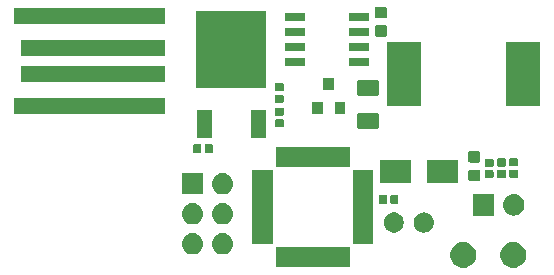
<source format=gbr>
G04 #@! TF.GenerationSoftware,KiCad,Pcbnew,(5.1.0-0)*
G04 #@! TF.CreationDate,2020-07-07T18:13:47+01:00*
G04 #@! TF.ProjectId,autoFan,6175746f-4661-46e2-9e6b-696361645f70,rev?*
G04 #@! TF.SameCoordinates,Original*
G04 #@! TF.FileFunction,Soldermask,Top*
G04 #@! TF.FilePolarity,Negative*
%FSLAX46Y46*%
G04 Gerber Fmt 4.6, Leading zero omitted, Abs format (unit mm)*
G04 Created by KiCad (PCBNEW (5.1.0-0)) date 2020-07-07 18:13:47*
%MOMM*%
%LPD*%
G04 APERTURE LIST*
%ADD10C,0.100000*%
G04 APERTURE END LIST*
D10*
G36*
X202474795Y-122380156D02*
G01*
X202581150Y-122401311D01*
X202681334Y-122442809D01*
X202781520Y-122484307D01*
X202961844Y-122604795D01*
X203115205Y-122758156D01*
X203235693Y-122938480D01*
X203318689Y-123138851D01*
X203361000Y-123351560D01*
X203361000Y-123568440D01*
X203318689Y-123781149D01*
X203235693Y-123981520D01*
X203115205Y-124161844D01*
X202961844Y-124315205D01*
X202781520Y-124435693D01*
X202581150Y-124518689D01*
X202474795Y-124539844D01*
X202368440Y-124561000D01*
X202151560Y-124561000D01*
X202045205Y-124539844D01*
X201938850Y-124518689D01*
X201738480Y-124435693D01*
X201558156Y-124315205D01*
X201404795Y-124161844D01*
X201284307Y-123981520D01*
X201201311Y-123781149D01*
X201159000Y-123568440D01*
X201159000Y-123351560D01*
X201201311Y-123138851D01*
X201284307Y-122938480D01*
X201404795Y-122758156D01*
X201558156Y-122604795D01*
X201738480Y-122484307D01*
X201838666Y-122442809D01*
X201938850Y-122401311D01*
X202045205Y-122380156D01*
X202151560Y-122359000D01*
X202368440Y-122359000D01*
X202474795Y-122380156D01*
X202474795Y-122380156D01*
G37*
G36*
X198244795Y-122380156D02*
G01*
X198351150Y-122401311D01*
X198451334Y-122442809D01*
X198551520Y-122484307D01*
X198731844Y-122604795D01*
X198885205Y-122758156D01*
X199005693Y-122938480D01*
X199088689Y-123138851D01*
X199131000Y-123351560D01*
X199131000Y-123568440D01*
X199088689Y-123781149D01*
X199005693Y-123981520D01*
X198885205Y-124161844D01*
X198731844Y-124315205D01*
X198551520Y-124435693D01*
X198351150Y-124518689D01*
X198244795Y-124539844D01*
X198138440Y-124561000D01*
X197921560Y-124561000D01*
X197815205Y-124539844D01*
X197708850Y-124518689D01*
X197508480Y-124435693D01*
X197328156Y-124315205D01*
X197174795Y-124161844D01*
X197054307Y-123981520D01*
X196971311Y-123781149D01*
X196929000Y-123568440D01*
X196929000Y-123351560D01*
X196971311Y-123138851D01*
X197054307Y-122938480D01*
X197174795Y-122758156D01*
X197328156Y-122604795D01*
X197508480Y-122484307D01*
X197608666Y-122442809D01*
X197708850Y-122401311D01*
X197815205Y-122380156D01*
X197921560Y-122359000D01*
X198138440Y-122359000D01*
X198244795Y-122380156D01*
X198244795Y-122380156D01*
G37*
G36*
X188416000Y-124511000D02*
G01*
X182164000Y-124511000D01*
X182164000Y-122809000D01*
X188416000Y-122809000D01*
X188416000Y-124511000D01*
X188416000Y-124511000D01*
G37*
G36*
X177770442Y-121635518D02*
G01*
X177836627Y-121642037D01*
X178006466Y-121693557D01*
X178162991Y-121777222D01*
X178198729Y-121806552D01*
X178300186Y-121889814D01*
X178383448Y-121991271D01*
X178412778Y-122027009D01*
X178496443Y-122183534D01*
X178547963Y-122353373D01*
X178565359Y-122530000D01*
X178547963Y-122706627D01*
X178496443Y-122876466D01*
X178412778Y-123032991D01*
X178383448Y-123068729D01*
X178300186Y-123170186D01*
X178198729Y-123253448D01*
X178162991Y-123282778D01*
X178006466Y-123366443D01*
X177836627Y-123417963D01*
X177770443Y-123424481D01*
X177704260Y-123431000D01*
X177615740Y-123431000D01*
X177549557Y-123424481D01*
X177483373Y-123417963D01*
X177313534Y-123366443D01*
X177157009Y-123282778D01*
X177121271Y-123253448D01*
X177019814Y-123170186D01*
X176936552Y-123068729D01*
X176907222Y-123032991D01*
X176823557Y-122876466D01*
X176772037Y-122706627D01*
X176754641Y-122530000D01*
X176772037Y-122353373D01*
X176823557Y-122183534D01*
X176907222Y-122027009D01*
X176936552Y-121991271D01*
X177019814Y-121889814D01*
X177121271Y-121806552D01*
X177157009Y-121777222D01*
X177313534Y-121693557D01*
X177483373Y-121642037D01*
X177549558Y-121635518D01*
X177615740Y-121629000D01*
X177704260Y-121629000D01*
X177770442Y-121635518D01*
X177770442Y-121635518D01*
G37*
G36*
X175230442Y-121635518D02*
G01*
X175296627Y-121642037D01*
X175466466Y-121693557D01*
X175622991Y-121777222D01*
X175658729Y-121806552D01*
X175760186Y-121889814D01*
X175843448Y-121991271D01*
X175872778Y-122027009D01*
X175956443Y-122183534D01*
X176007963Y-122353373D01*
X176025359Y-122530000D01*
X176007963Y-122706627D01*
X175956443Y-122876466D01*
X175872778Y-123032991D01*
X175843448Y-123068729D01*
X175760186Y-123170186D01*
X175658729Y-123253448D01*
X175622991Y-123282778D01*
X175466466Y-123366443D01*
X175296627Y-123417963D01*
X175230443Y-123424481D01*
X175164260Y-123431000D01*
X175075740Y-123431000D01*
X175009557Y-123424481D01*
X174943373Y-123417963D01*
X174773534Y-123366443D01*
X174617009Y-123282778D01*
X174581271Y-123253448D01*
X174479814Y-123170186D01*
X174396552Y-123068729D01*
X174367222Y-123032991D01*
X174283557Y-122876466D01*
X174232037Y-122706627D01*
X174214641Y-122530000D01*
X174232037Y-122353373D01*
X174283557Y-122183534D01*
X174367222Y-122027009D01*
X174396552Y-121991271D01*
X174479814Y-121889814D01*
X174581271Y-121806552D01*
X174617009Y-121777222D01*
X174773534Y-121693557D01*
X174943373Y-121642037D01*
X175009558Y-121635518D01*
X175075740Y-121629000D01*
X175164260Y-121629000D01*
X175230442Y-121635518D01*
X175230442Y-121635518D01*
G37*
G36*
X190391000Y-122536000D02*
G01*
X188689000Y-122536000D01*
X188689000Y-116284000D01*
X190391000Y-116284000D01*
X190391000Y-122536000D01*
X190391000Y-122536000D01*
G37*
G36*
X181891000Y-122536000D02*
G01*
X180189000Y-122536000D01*
X180189000Y-116284000D01*
X181891000Y-116284000D01*
X181891000Y-122536000D01*
X181891000Y-122536000D01*
G37*
G36*
X192408228Y-119901703D02*
G01*
X192563100Y-119965853D01*
X192702481Y-120058985D01*
X192821015Y-120177519D01*
X192914147Y-120316900D01*
X192978297Y-120471772D01*
X193011000Y-120636184D01*
X193011000Y-120803816D01*
X192978297Y-120968228D01*
X192914147Y-121123100D01*
X192821015Y-121262481D01*
X192702481Y-121381015D01*
X192563100Y-121474147D01*
X192408228Y-121538297D01*
X192243816Y-121571000D01*
X192076184Y-121571000D01*
X191911772Y-121538297D01*
X191756900Y-121474147D01*
X191617519Y-121381015D01*
X191498985Y-121262481D01*
X191405853Y-121123100D01*
X191341703Y-120968228D01*
X191309000Y-120803816D01*
X191309000Y-120636184D01*
X191341703Y-120471772D01*
X191405853Y-120316900D01*
X191498985Y-120177519D01*
X191617519Y-120058985D01*
X191756900Y-119965853D01*
X191911772Y-119901703D01*
X192076184Y-119869000D01*
X192243816Y-119869000D01*
X192408228Y-119901703D01*
X192408228Y-119901703D01*
G37*
G36*
X194866823Y-119881313D02*
G01*
X195027242Y-119929976D01*
X195094361Y-119965852D01*
X195175078Y-120008996D01*
X195304659Y-120115341D01*
X195411004Y-120244922D01*
X195411005Y-120244924D01*
X195490024Y-120392758D01*
X195538687Y-120553177D01*
X195555117Y-120720000D01*
X195538687Y-120886823D01*
X195490024Y-121047242D01*
X195449477Y-121123100D01*
X195411004Y-121195078D01*
X195304659Y-121324659D01*
X195175078Y-121431004D01*
X195175076Y-121431005D01*
X195027242Y-121510024D01*
X194866823Y-121558687D01*
X194741804Y-121571000D01*
X194658196Y-121571000D01*
X194533177Y-121558687D01*
X194372758Y-121510024D01*
X194224924Y-121431005D01*
X194224922Y-121431004D01*
X194095341Y-121324659D01*
X193988996Y-121195078D01*
X193950523Y-121123100D01*
X193909976Y-121047242D01*
X193861313Y-120886823D01*
X193844883Y-120720000D01*
X193861313Y-120553177D01*
X193909976Y-120392758D01*
X193988995Y-120244924D01*
X193988996Y-120244922D01*
X194095341Y-120115341D01*
X194224922Y-120008996D01*
X194305639Y-119965852D01*
X194372758Y-119929976D01*
X194533177Y-119881313D01*
X194658196Y-119869000D01*
X194741804Y-119869000D01*
X194866823Y-119881313D01*
X194866823Y-119881313D01*
G37*
G36*
X175230442Y-119095518D02*
G01*
X175296627Y-119102037D01*
X175466466Y-119153557D01*
X175622991Y-119237222D01*
X175658729Y-119266552D01*
X175760186Y-119349814D01*
X175843448Y-119451271D01*
X175872778Y-119487009D01*
X175956443Y-119643534D01*
X176007963Y-119813373D01*
X176025359Y-119990000D01*
X176007963Y-120166627D01*
X175956443Y-120336466D01*
X175872778Y-120492991D01*
X175843448Y-120528729D01*
X175760186Y-120630186D01*
X175658729Y-120713448D01*
X175622991Y-120742778D01*
X175466466Y-120826443D01*
X175296627Y-120877963D01*
X175230442Y-120884482D01*
X175164260Y-120891000D01*
X175075740Y-120891000D01*
X175009558Y-120884482D01*
X174943373Y-120877963D01*
X174773534Y-120826443D01*
X174617009Y-120742778D01*
X174581271Y-120713448D01*
X174479814Y-120630186D01*
X174396552Y-120528729D01*
X174367222Y-120492991D01*
X174283557Y-120336466D01*
X174232037Y-120166627D01*
X174214641Y-119990000D01*
X174232037Y-119813373D01*
X174283557Y-119643534D01*
X174367222Y-119487009D01*
X174396552Y-119451271D01*
X174479814Y-119349814D01*
X174581271Y-119266552D01*
X174617009Y-119237222D01*
X174773534Y-119153557D01*
X174943373Y-119102037D01*
X175009558Y-119095518D01*
X175075740Y-119089000D01*
X175164260Y-119089000D01*
X175230442Y-119095518D01*
X175230442Y-119095518D01*
G37*
G36*
X177770442Y-119095518D02*
G01*
X177836627Y-119102037D01*
X178006466Y-119153557D01*
X178162991Y-119237222D01*
X178198729Y-119266552D01*
X178300186Y-119349814D01*
X178383448Y-119451271D01*
X178412778Y-119487009D01*
X178496443Y-119643534D01*
X178547963Y-119813373D01*
X178565359Y-119990000D01*
X178547963Y-120166627D01*
X178496443Y-120336466D01*
X178412778Y-120492991D01*
X178383448Y-120528729D01*
X178300186Y-120630186D01*
X178198729Y-120713448D01*
X178162991Y-120742778D01*
X178006466Y-120826443D01*
X177836627Y-120877963D01*
X177770442Y-120884482D01*
X177704260Y-120891000D01*
X177615740Y-120891000D01*
X177549558Y-120884482D01*
X177483373Y-120877963D01*
X177313534Y-120826443D01*
X177157009Y-120742778D01*
X177121271Y-120713448D01*
X177019814Y-120630186D01*
X176936552Y-120528729D01*
X176907222Y-120492991D01*
X176823557Y-120336466D01*
X176772037Y-120166627D01*
X176754641Y-119990000D01*
X176772037Y-119813373D01*
X176823557Y-119643534D01*
X176907222Y-119487009D01*
X176936552Y-119451271D01*
X177019814Y-119349814D01*
X177121271Y-119266552D01*
X177157009Y-119237222D01*
X177313534Y-119153557D01*
X177483373Y-119102037D01*
X177549558Y-119095518D01*
X177615740Y-119089000D01*
X177704260Y-119089000D01*
X177770442Y-119095518D01*
X177770442Y-119095518D01*
G37*
G36*
X200671000Y-120131000D02*
G01*
X198869000Y-120131000D01*
X198869000Y-118329000D01*
X200671000Y-118329000D01*
X200671000Y-120131000D01*
X200671000Y-120131000D01*
G37*
G36*
X202420443Y-118335519D02*
G01*
X202486627Y-118342037D01*
X202656466Y-118393557D01*
X202656468Y-118393558D01*
X202691286Y-118412169D01*
X202812991Y-118477222D01*
X202826199Y-118488062D01*
X202950186Y-118589814D01*
X203027481Y-118684000D01*
X203062778Y-118727009D01*
X203146443Y-118883534D01*
X203197963Y-119053373D01*
X203215359Y-119230000D01*
X203197963Y-119406627D01*
X203146443Y-119576466D01*
X203062778Y-119732991D01*
X203033448Y-119768729D01*
X202950186Y-119870186D01*
X202848729Y-119953448D01*
X202812991Y-119982778D01*
X202656466Y-120066443D01*
X202486627Y-120117963D01*
X202420443Y-120124481D01*
X202354260Y-120131000D01*
X202265740Y-120131000D01*
X202199557Y-120124481D01*
X202133373Y-120117963D01*
X201963534Y-120066443D01*
X201807009Y-119982778D01*
X201771271Y-119953448D01*
X201669814Y-119870186D01*
X201586552Y-119768729D01*
X201557222Y-119732991D01*
X201473557Y-119576466D01*
X201422037Y-119406627D01*
X201404641Y-119230000D01*
X201422037Y-119053373D01*
X201473557Y-118883534D01*
X201557222Y-118727009D01*
X201592519Y-118684000D01*
X201669814Y-118589814D01*
X201793801Y-118488062D01*
X201807009Y-118477222D01*
X201928714Y-118412169D01*
X201963532Y-118393558D01*
X201963534Y-118393557D01*
X202133373Y-118342037D01*
X202199557Y-118335519D01*
X202265740Y-118329000D01*
X202354260Y-118329000D01*
X202420443Y-118335519D01*
X202420443Y-118335519D01*
G37*
G36*
X192456938Y-118401716D02*
G01*
X192477557Y-118407971D01*
X192496553Y-118418124D01*
X192513208Y-118431792D01*
X192526876Y-118448447D01*
X192537029Y-118467443D01*
X192543284Y-118488062D01*
X192546000Y-118515640D01*
X192546000Y-119024360D01*
X192543284Y-119051938D01*
X192537029Y-119072557D01*
X192526876Y-119091553D01*
X192513208Y-119108208D01*
X192496553Y-119121876D01*
X192477557Y-119132029D01*
X192456938Y-119138284D01*
X192429360Y-119141000D01*
X191970640Y-119141000D01*
X191943062Y-119138284D01*
X191922443Y-119132029D01*
X191903447Y-119121876D01*
X191886792Y-119108208D01*
X191873124Y-119091553D01*
X191862971Y-119072557D01*
X191856716Y-119051938D01*
X191854000Y-119024360D01*
X191854000Y-118515640D01*
X191856716Y-118488062D01*
X191862971Y-118467443D01*
X191873124Y-118448447D01*
X191886792Y-118431792D01*
X191903447Y-118418124D01*
X191922443Y-118407971D01*
X191943062Y-118401716D01*
X191970640Y-118399000D01*
X192429360Y-118399000D01*
X192456938Y-118401716D01*
X192456938Y-118401716D01*
G37*
G36*
X191486938Y-118401716D02*
G01*
X191507557Y-118407971D01*
X191526553Y-118418124D01*
X191543208Y-118431792D01*
X191556876Y-118448447D01*
X191567029Y-118467443D01*
X191573284Y-118488062D01*
X191576000Y-118515640D01*
X191576000Y-119024360D01*
X191573284Y-119051938D01*
X191567029Y-119072557D01*
X191556876Y-119091553D01*
X191543208Y-119108208D01*
X191526553Y-119121876D01*
X191507557Y-119132029D01*
X191486938Y-119138284D01*
X191459360Y-119141000D01*
X191000640Y-119141000D01*
X190973062Y-119138284D01*
X190952443Y-119132029D01*
X190933447Y-119121876D01*
X190916792Y-119108208D01*
X190903124Y-119091553D01*
X190892971Y-119072557D01*
X190886716Y-119051938D01*
X190884000Y-119024360D01*
X190884000Y-118515640D01*
X190886716Y-118488062D01*
X190892971Y-118467443D01*
X190903124Y-118448447D01*
X190916792Y-118431792D01*
X190933447Y-118418124D01*
X190952443Y-118407971D01*
X190973062Y-118401716D01*
X191000640Y-118399000D01*
X191459360Y-118399000D01*
X191486938Y-118401716D01*
X191486938Y-118401716D01*
G37*
G36*
X176021000Y-118351000D02*
G01*
X174219000Y-118351000D01*
X174219000Y-116549000D01*
X176021000Y-116549000D01*
X176021000Y-118351000D01*
X176021000Y-118351000D01*
G37*
G36*
X177770443Y-116555519D02*
G01*
X177836627Y-116562037D01*
X178006466Y-116613557D01*
X178162991Y-116697222D01*
X178198729Y-116726552D01*
X178300186Y-116809814D01*
X178375473Y-116901553D01*
X178412778Y-116947009D01*
X178496443Y-117103534D01*
X178547963Y-117273373D01*
X178565359Y-117450000D01*
X178547963Y-117626627D01*
X178496443Y-117796466D01*
X178412778Y-117952991D01*
X178383448Y-117988729D01*
X178300186Y-118090186D01*
X178198729Y-118173448D01*
X178162991Y-118202778D01*
X178006466Y-118286443D01*
X177836627Y-118337963D01*
X177795262Y-118342037D01*
X177704260Y-118351000D01*
X177615740Y-118351000D01*
X177524738Y-118342037D01*
X177483373Y-118337963D01*
X177313534Y-118286443D01*
X177157009Y-118202778D01*
X177121271Y-118173448D01*
X177019814Y-118090186D01*
X176936552Y-117988729D01*
X176907222Y-117952991D01*
X176823557Y-117796466D01*
X176772037Y-117626627D01*
X176754641Y-117450000D01*
X176772037Y-117273373D01*
X176823557Y-117103534D01*
X176907222Y-116947009D01*
X176944527Y-116901553D01*
X177019814Y-116809814D01*
X177121271Y-116726552D01*
X177157009Y-116697222D01*
X177313534Y-116613557D01*
X177483373Y-116562037D01*
X177549557Y-116555519D01*
X177615740Y-116549000D01*
X177704260Y-116549000D01*
X177770443Y-116555519D01*
X177770443Y-116555519D01*
G37*
G36*
X197591000Y-117361000D02*
G01*
X194989000Y-117361000D01*
X194989000Y-115459000D01*
X197591000Y-115459000D01*
X197591000Y-117361000D01*
X197591000Y-117361000D01*
G37*
G36*
X193591000Y-117361000D02*
G01*
X190989000Y-117361000D01*
X190989000Y-115459000D01*
X193591000Y-115459000D01*
X193591000Y-117361000D01*
X193591000Y-117361000D01*
G37*
G36*
X199339591Y-116245585D02*
G01*
X199373569Y-116255893D01*
X199404890Y-116272634D01*
X199432339Y-116295161D01*
X199454866Y-116322610D01*
X199471607Y-116353931D01*
X199481915Y-116387909D01*
X199486000Y-116429390D01*
X199486000Y-117030610D01*
X199481915Y-117072091D01*
X199471607Y-117106069D01*
X199454866Y-117137390D01*
X199432339Y-117164839D01*
X199404890Y-117187366D01*
X199373569Y-117204107D01*
X199339591Y-117214415D01*
X199298110Y-117218500D01*
X198621890Y-117218500D01*
X198580409Y-117214415D01*
X198546431Y-117204107D01*
X198515110Y-117187366D01*
X198487661Y-117164839D01*
X198465134Y-117137390D01*
X198448393Y-117106069D01*
X198438085Y-117072091D01*
X198434000Y-117030610D01*
X198434000Y-116429390D01*
X198438085Y-116387909D01*
X198448393Y-116353931D01*
X198465134Y-116322610D01*
X198487661Y-116295161D01*
X198515110Y-116272634D01*
X198546431Y-116255893D01*
X198580409Y-116245585D01*
X198621890Y-116241500D01*
X199298110Y-116241500D01*
X199339591Y-116245585D01*
X199339591Y-116245585D01*
G37*
G36*
X200511938Y-116291716D02*
G01*
X200532557Y-116297971D01*
X200551553Y-116308124D01*
X200568208Y-116321792D01*
X200581876Y-116338447D01*
X200592029Y-116357443D01*
X200598284Y-116378062D01*
X200601000Y-116405640D01*
X200601000Y-116864360D01*
X200598284Y-116891938D01*
X200592029Y-116912557D01*
X200581876Y-116931553D01*
X200568208Y-116948208D01*
X200551553Y-116961876D01*
X200532557Y-116972029D01*
X200511938Y-116978284D01*
X200484360Y-116981000D01*
X199975640Y-116981000D01*
X199948062Y-116978284D01*
X199927443Y-116972029D01*
X199908447Y-116961876D01*
X199891792Y-116948208D01*
X199878124Y-116931553D01*
X199867971Y-116912557D01*
X199861716Y-116891938D01*
X199859000Y-116864360D01*
X199859000Y-116405640D01*
X199861716Y-116378062D01*
X199867971Y-116357443D01*
X199878124Y-116338447D01*
X199891792Y-116321792D01*
X199908447Y-116308124D01*
X199927443Y-116297971D01*
X199948062Y-116291716D01*
X199975640Y-116289000D01*
X200484360Y-116289000D01*
X200511938Y-116291716D01*
X200511938Y-116291716D01*
G37*
G36*
X201571938Y-116261716D02*
G01*
X201592557Y-116267971D01*
X201611553Y-116278124D01*
X201628208Y-116291792D01*
X201641876Y-116308447D01*
X201652029Y-116327443D01*
X201658284Y-116348062D01*
X201661000Y-116375640D01*
X201661000Y-116834360D01*
X201658284Y-116861938D01*
X201652029Y-116882557D01*
X201641876Y-116901553D01*
X201628208Y-116918208D01*
X201611553Y-116931876D01*
X201592557Y-116942029D01*
X201571938Y-116948284D01*
X201544360Y-116951000D01*
X201035640Y-116951000D01*
X201008062Y-116948284D01*
X200987443Y-116942029D01*
X200968447Y-116931876D01*
X200951792Y-116918208D01*
X200938124Y-116901553D01*
X200927971Y-116882557D01*
X200921716Y-116861938D01*
X200919000Y-116834360D01*
X200919000Y-116375640D01*
X200921716Y-116348062D01*
X200927971Y-116327443D01*
X200938124Y-116308447D01*
X200951792Y-116291792D01*
X200968447Y-116278124D01*
X200987443Y-116267971D01*
X201008062Y-116261716D01*
X201035640Y-116259000D01*
X201544360Y-116259000D01*
X201571938Y-116261716D01*
X201571938Y-116261716D01*
G37*
G36*
X202591938Y-116251716D02*
G01*
X202612557Y-116257971D01*
X202631553Y-116268124D01*
X202648208Y-116281792D01*
X202661876Y-116298447D01*
X202672029Y-116317443D01*
X202678284Y-116338062D01*
X202681000Y-116365640D01*
X202681000Y-116824360D01*
X202678284Y-116851938D01*
X202672029Y-116872557D01*
X202661876Y-116891553D01*
X202648208Y-116908208D01*
X202631553Y-116921876D01*
X202612557Y-116932029D01*
X202591938Y-116938284D01*
X202564360Y-116941000D01*
X202055640Y-116941000D01*
X202028062Y-116938284D01*
X202007443Y-116932029D01*
X201988447Y-116921876D01*
X201971792Y-116908208D01*
X201958124Y-116891553D01*
X201947971Y-116872557D01*
X201941716Y-116851938D01*
X201939000Y-116824360D01*
X201939000Y-116365640D01*
X201941716Y-116338062D01*
X201947971Y-116317443D01*
X201958124Y-116298447D01*
X201971792Y-116281792D01*
X201988447Y-116268124D01*
X202007443Y-116257971D01*
X202028062Y-116251716D01*
X202055640Y-116249000D01*
X202564360Y-116249000D01*
X202591938Y-116251716D01*
X202591938Y-116251716D01*
G37*
G36*
X188416000Y-116011000D02*
G01*
X182164000Y-116011000D01*
X182164000Y-114309000D01*
X188416000Y-114309000D01*
X188416000Y-116011000D01*
X188416000Y-116011000D01*
G37*
G36*
X200511938Y-115321716D02*
G01*
X200532557Y-115327971D01*
X200551553Y-115338124D01*
X200568208Y-115351792D01*
X200581876Y-115368447D01*
X200592029Y-115387443D01*
X200598284Y-115408062D01*
X200601000Y-115435640D01*
X200601000Y-115894360D01*
X200598284Y-115921938D01*
X200592029Y-115942557D01*
X200581876Y-115961553D01*
X200568208Y-115978208D01*
X200551553Y-115991876D01*
X200532557Y-116002029D01*
X200511938Y-116008284D01*
X200484360Y-116011000D01*
X199975640Y-116011000D01*
X199948062Y-116008284D01*
X199927443Y-116002029D01*
X199908447Y-115991876D01*
X199891792Y-115978208D01*
X199878124Y-115961553D01*
X199867971Y-115942557D01*
X199861716Y-115921938D01*
X199859000Y-115894360D01*
X199859000Y-115435640D01*
X199861716Y-115408062D01*
X199867971Y-115387443D01*
X199878124Y-115368447D01*
X199891792Y-115351792D01*
X199908447Y-115338124D01*
X199927443Y-115327971D01*
X199948062Y-115321716D01*
X199975640Y-115319000D01*
X200484360Y-115319000D01*
X200511938Y-115321716D01*
X200511938Y-115321716D01*
G37*
G36*
X201571938Y-115291716D02*
G01*
X201592557Y-115297971D01*
X201611553Y-115308124D01*
X201628208Y-115321792D01*
X201641876Y-115338447D01*
X201652029Y-115357443D01*
X201658284Y-115378062D01*
X201661000Y-115405640D01*
X201661000Y-115864360D01*
X201658284Y-115891938D01*
X201652029Y-115912557D01*
X201641876Y-115931553D01*
X201628208Y-115948208D01*
X201611553Y-115961876D01*
X201592557Y-115972029D01*
X201571938Y-115978284D01*
X201544360Y-115981000D01*
X201035640Y-115981000D01*
X201008062Y-115978284D01*
X200987443Y-115972029D01*
X200968447Y-115961876D01*
X200951792Y-115948208D01*
X200938124Y-115931553D01*
X200927971Y-115912557D01*
X200921716Y-115891938D01*
X200919000Y-115864360D01*
X200919000Y-115405640D01*
X200921716Y-115378062D01*
X200927971Y-115357443D01*
X200938124Y-115338447D01*
X200951792Y-115321792D01*
X200968447Y-115308124D01*
X200987443Y-115297971D01*
X201008062Y-115291716D01*
X201035640Y-115289000D01*
X201544360Y-115289000D01*
X201571938Y-115291716D01*
X201571938Y-115291716D01*
G37*
G36*
X202591938Y-115281716D02*
G01*
X202612557Y-115287971D01*
X202631553Y-115298124D01*
X202648208Y-115311792D01*
X202661876Y-115328447D01*
X202672029Y-115347443D01*
X202678284Y-115368062D01*
X202681000Y-115395640D01*
X202681000Y-115854360D01*
X202678284Y-115881938D01*
X202672029Y-115902557D01*
X202661876Y-115921553D01*
X202648208Y-115938208D01*
X202631553Y-115951876D01*
X202612557Y-115962029D01*
X202591938Y-115968284D01*
X202564360Y-115971000D01*
X202055640Y-115971000D01*
X202028062Y-115968284D01*
X202007443Y-115962029D01*
X201988447Y-115951876D01*
X201971792Y-115938208D01*
X201958124Y-115921553D01*
X201947971Y-115902557D01*
X201941716Y-115881938D01*
X201939000Y-115854360D01*
X201939000Y-115395640D01*
X201941716Y-115368062D01*
X201947971Y-115347443D01*
X201958124Y-115328447D01*
X201971792Y-115311792D01*
X201988447Y-115298124D01*
X202007443Y-115287971D01*
X202028062Y-115281716D01*
X202055640Y-115279000D01*
X202564360Y-115279000D01*
X202591938Y-115281716D01*
X202591938Y-115281716D01*
G37*
G36*
X199339591Y-114670585D02*
G01*
X199373569Y-114680893D01*
X199404890Y-114697634D01*
X199432339Y-114720161D01*
X199454866Y-114747610D01*
X199471607Y-114778931D01*
X199481915Y-114812909D01*
X199486000Y-114854390D01*
X199486000Y-115455610D01*
X199481915Y-115497091D01*
X199471607Y-115531069D01*
X199454866Y-115562390D01*
X199432339Y-115589839D01*
X199404890Y-115612366D01*
X199373569Y-115629107D01*
X199339591Y-115639415D01*
X199298110Y-115643500D01*
X198621890Y-115643500D01*
X198580409Y-115639415D01*
X198546431Y-115629107D01*
X198515110Y-115612366D01*
X198487661Y-115589839D01*
X198465134Y-115562390D01*
X198448393Y-115531069D01*
X198438085Y-115497091D01*
X198434000Y-115455610D01*
X198434000Y-114854390D01*
X198438085Y-114812909D01*
X198448393Y-114778931D01*
X198465134Y-114747610D01*
X198487661Y-114720161D01*
X198515110Y-114697634D01*
X198546431Y-114680893D01*
X198580409Y-114670585D01*
X198621890Y-114666500D01*
X199298110Y-114666500D01*
X199339591Y-114670585D01*
X199339591Y-114670585D01*
G37*
G36*
X175776938Y-114091716D02*
G01*
X175797557Y-114097971D01*
X175816553Y-114108124D01*
X175833208Y-114121792D01*
X175846876Y-114138447D01*
X175857029Y-114157443D01*
X175863284Y-114178062D01*
X175866000Y-114205640D01*
X175866000Y-114714360D01*
X175863284Y-114741938D01*
X175857029Y-114762557D01*
X175846876Y-114781553D01*
X175833208Y-114798208D01*
X175816553Y-114811876D01*
X175797557Y-114822029D01*
X175776938Y-114828284D01*
X175749360Y-114831000D01*
X175290640Y-114831000D01*
X175263062Y-114828284D01*
X175242443Y-114822029D01*
X175223447Y-114811876D01*
X175206792Y-114798208D01*
X175193124Y-114781553D01*
X175182971Y-114762557D01*
X175176716Y-114741938D01*
X175174000Y-114714360D01*
X175174000Y-114205640D01*
X175176716Y-114178062D01*
X175182971Y-114157443D01*
X175193124Y-114138447D01*
X175206792Y-114121792D01*
X175223447Y-114108124D01*
X175242443Y-114097971D01*
X175263062Y-114091716D01*
X175290640Y-114089000D01*
X175749360Y-114089000D01*
X175776938Y-114091716D01*
X175776938Y-114091716D01*
G37*
G36*
X176746938Y-114091716D02*
G01*
X176767557Y-114097971D01*
X176786553Y-114108124D01*
X176803208Y-114121792D01*
X176816876Y-114138447D01*
X176827029Y-114157443D01*
X176833284Y-114178062D01*
X176836000Y-114205640D01*
X176836000Y-114714360D01*
X176833284Y-114741938D01*
X176827029Y-114762557D01*
X176816876Y-114781553D01*
X176803208Y-114798208D01*
X176786553Y-114811876D01*
X176767557Y-114822029D01*
X176746938Y-114828284D01*
X176719360Y-114831000D01*
X176260640Y-114831000D01*
X176233062Y-114828284D01*
X176212443Y-114822029D01*
X176193447Y-114811876D01*
X176176792Y-114798208D01*
X176163124Y-114781553D01*
X176152971Y-114762557D01*
X176146716Y-114741938D01*
X176144000Y-114714360D01*
X176144000Y-114205640D01*
X176146716Y-114178062D01*
X176152971Y-114157443D01*
X176163124Y-114138447D01*
X176176792Y-114121792D01*
X176193447Y-114108124D01*
X176212443Y-114097971D01*
X176233062Y-114091716D01*
X176260640Y-114089000D01*
X176719360Y-114089000D01*
X176746938Y-114091716D01*
X176746938Y-114091716D01*
G37*
G36*
X181331000Y-113531000D02*
G01*
X180029000Y-113531000D01*
X180029000Y-111229000D01*
X181331000Y-111229000D01*
X181331000Y-113531000D01*
X181331000Y-113531000D01*
G37*
G36*
X176771000Y-113531000D02*
G01*
X175469000Y-113531000D01*
X175469000Y-111229000D01*
X176771000Y-111229000D01*
X176771000Y-113531000D01*
X176771000Y-113531000D01*
G37*
G36*
X190738604Y-111448347D02*
G01*
X190775144Y-111459432D01*
X190808821Y-111477433D01*
X190838341Y-111501659D01*
X190862567Y-111531179D01*
X190880568Y-111564856D01*
X190891653Y-111601396D01*
X190896000Y-111645538D01*
X190896000Y-112594462D01*
X190891653Y-112638604D01*
X190880568Y-112675144D01*
X190862567Y-112708821D01*
X190838341Y-112738341D01*
X190808821Y-112762567D01*
X190775144Y-112780568D01*
X190738604Y-112791653D01*
X190694462Y-112796000D01*
X189245538Y-112796000D01*
X189201396Y-112791653D01*
X189164856Y-112780568D01*
X189131179Y-112762567D01*
X189101659Y-112738341D01*
X189077433Y-112708821D01*
X189059432Y-112675144D01*
X189048347Y-112638604D01*
X189044000Y-112594462D01*
X189044000Y-111645538D01*
X189048347Y-111601396D01*
X189059432Y-111564856D01*
X189077433Y-111531179D01*
X189101659Y-111501659D01*
X189131179Y-111477433D01*
X189164856Y-111459432D01*
X189201396Y-111448347D01*
X189245538Y-111444000D01*
X190694462Y-111444000D01*
X190738604Y-111448347D01*
X190738604Y-111448347D01*
G37*
G36*
X182761938Y-111971716D02*
G01*
X182782557Y-111977971D01*
X182801553Y-111988124D01*
X182818208Y-112001792D01*
X182831876Y-112018447D01*
X182842029Y-112037443D01*
X182848284Y-112058062D01*
X182851000Y-112085640D01*
X182851000Y-112544360D01*
X182848284Y-112571938D01*
X182842029Y-112592557D01*
X182831876Y-112611553D01*
X182818208Y-112628208D01*
X182801553Y-112641876D01*
X182782557Y-112652029D01*
X182761938Y-112658284D01*
X182734360Y-112661000D01*
X182225640Y-112661000D01*
X182198062Y-112658284D01*
X182177443Y-112652029D01*
X182158447Y-112641876D01*
X182141792Y-112628208D01*
X182128124Y-112611553D01*
X182117971Y-112592557D01*
X182111716Y-112571938D01*
X182109000Y-112544360D01*
X182109000Y-112085640D01*
X182111716Y-112058062D01*
X182117971Y-112037443D01*
X182128124Y-112018447D01*
X182141792Y-112001792D01*
X182158447Y-111988124D01*
X182177443Y-111977971D01*
X182198062Y-111971716D01*
X182225640Y-111969000D01*
X182734360Y-111969000D01*
X182761938Y-111971716D01*
X182761938Y-111971716D01*
G37*
G36*
X182761938Y-111001716D02*
G01*
X182782557Y-111007971D01*
X182801553Y-111018124D01*
X182818208Y-111031792D01*
X182831876Y-111048447D01*
X182842029Y-111067443D01*
X182848284Y-111088062D01*
X182851000Y-111115640D01*
X182851000Y-111574360D01*
X182848284Y-111601938D01*
X182842029Y-111622557D01*
X182831876Y-111641553D01*
X182818208Y-111658208D01*
X182801553Y-111671876D01*
X182782557Y-111682029D01*
X182761938Y-111688284D01*
X182734360Y-111691000D01*
X182225640Y-111691000D01*
X182198062Y-111688284D01*
X182177443Y-111682029D01*
X182158447Y-111671876D01*
X182141792Y-111658208D01*
X182128124Y-111641553D01*
X182117971Y-111622557D01*
X182111716Y-111601938D01*
X182109000Y-111574360D01*
X182109000Y-111115640D01*
X182111716Y-111088062D01*
X182117971Y-111067443D01*
X182128124Y-111048447D01*
X182141792Y-111031792D01*
X182158447Y-111018124D01*
X182177443Y-111007971D01*
X182198062Y-111001716D01*
X182225640Y-110999000D01*
X182734360Y-110999000D01*
X182761938Y-111001716D01*
X182761938Y-111001716D01*
G37*
G36*
X172786000Y-111533500D02*
G01*
X159984000Y-111533500D01*
X159984000Y-110161500D01*
X172786000Y-110161500D01*
X172786000Y-111533500D01*
X172786000Y-111533500D01*
G37*
G36*
X186141000Y-111501000D02*
G01*
X185239000Y-111501000D01*
X185239000Y-110499000D01*
X186141000Y-110499000D01*
X186141000Y-111501000D01*
X186141000Y-111501000D01*
G37*
G36*
X188041000Y-111501000D02*
G01*
X187139000Y-111501000D01*
X187139000Y-110499000D01*
X188041000Y-110499000D01*
X188041000Y-111501000D01*
X188041000Y-111501000D01*
G37*
G36*
X204551000Y-110831000D02*
G01*
X201649000Y-110831000D01*
X201649000Y-105429000D01*
X204551000Y-105429000D01*
X204551000Y-110831000D01*
X204551000Y-110831000D01*
G37*
G36*
X194451000Y-110831000D02*
G01*
X191549000Y-110831000D01*
X191549000Y-105429000D01*
X194451000Y-105429000D01*
X194451000Y-110831000D01*
X194451000Y-110831000D01*
G37*
G36*
X182741938Y-109906716D02*
G01*
X182762557Y-109912971D01*
X182781553Y-109923124D01*
X182798208Y-109936792D01*
X182811876Y-109953447D01*
X182822029Y-109972443D01*
X182828284Y-109993062D01*
X182831000Y-110020640D01*
X182831000Y-110479360D01*
X182828284Y-110506938D01*
X182822029Y-110527557D01*
X182811876Y-110546553D01*
X182798208Y-110563208D01*
X182781553Y-110576876D01*
X182762557Y-110587029D01*
X182741938Y-110593284D01*
X182714360Y-110596000D01*
X182205640Y-110596000D01*
X182178062Y-110593284D01*
X182157443Y-110587029D01*
X182138447Y-110576876D01*
X182121792Y-110563208D01*
X182108124Y-110546553D01*
X182097971Y-110527557D01*
X182091716Y-110506938D01*
X182089000Y-110479360D01*
X182089000Y-110020640D01*
X182091716Y-109993062D01*
X182097971Y-109972443D01*
X182108124Y-109953447D01*
X182121792Y-109936792D01*
X182138447Y-109923124D01*
X182157443Y-109912971D01*
X182178062Y-109906716D01*
X182205640Y-109904000D01*
X182714360Y-109904000D01*
X182741938Y-109906716D01*
X182741938Y-109906716D01*
G37*
G36*
X190738604Y-108648347D02*
G01*
X190775144Y-108659432D01*
X190808821Y-108677433D01*
X190838341Y-108701659D01*
X190862567Y-108731179D01*
X190880568Y-108764856D01*
X190891653Y-108801396D01*
X190896000Y-108845538D01*
X190896000Y-109794462D01*
X190891653Y-109838604D01*
X190880568Y-109875144D01*
X190862567Y-109908821D01*
X190838341Y-109938341D01*
X190808821Y-109962567D01*
X190775144Y-109980568D01*
X190738604Y-109991653D01*
X190694462Y-109996000D01*
X189245538Y-109996000D01*
X189201396Y-109991653D01*
X189164856Y-109980568D01*
X189131179Y-109962567D01*
X189101659Y-109938341D01*
X189077433Y-109908821D01*
X189059432Y-109875144D01*
X189048347Y-109838604D01*
X189044000Y-109794462D01*
X189044000Y-108845538D01*
X189048347Y-108801396D01*
X189059432Y-108764856D01*
X189077433Y-108731179D01*
X189101659Y-108701659D01*
X189131179Y-108677433D01*
X189164856Y-108659432D01*
X189201396Y-108648347D01*
X189245538Y-108644000D01*
X190694462Y-108644000D01*
X190738604Y-108648347D01*
X190738604Y-108648347D01*
G37*
G36*
X182741938Y-108936716D02*
G01*
X182762557Y-108942971D01*
X182781553Y-108953124D01*
X182798208Y-108966792D01*
X182811876Y-108983447D01*
X182822029Y-109002443D01*
X182828284Y-109023062D01*
X182831000Y-109050640D01*
X182831000Y-109509360D01*
X182828284Y-109536938D01*
X182822029Y-109557557D01*
X182811876Y-109576553D01*
X182798208Y-109593208D01*
X182781553Y-109606876D01*
X182762557Y-109617029D01*
X182741938Y-109623284D01*
X182714360Y-109626000D01*
X182205640Y-109626000D01*
X182178062Y-109623284D01*
X182157443Y-109617029D01*
X182138447Y-109606876D01*
X182121792Y-109593208D01*
X182108124Y-109576553D01*
X182097971Y-109557557D01*
X182091716Y-109536938D01*
X182089000Y-109509360D01*
X182089000Y-109050640D01*
X182091716Y-109023062D01*
X182097971Y-109002443D01*
X182108124Y-108983447D01*
X182121792Y-108966792D01*
X182138447Y-108953124D01*
X182157443Y-108942971D01*
X182178062Y-108936716D01*
X182205640Y-108934000D01*
X182714360Y-108934000D01*
X182741938Y-108936716D01*
X182741938Y-108936716D01*
G37*
G36*
X187091000Y-109501000D02*
G01*
X186189000Y-109501000D01*
X186189000Y-108499000D01*
X187091000Y-108499000D01*
X187091000Y-109501000D01*
X187091000Y-109501000D01*
G37*
G36*
X181351000Y-109331000D02*
G01*
X175449000Y-109331000D01*
X175449000Y-102829000D01*
X181351000Y-102829000D01*
X181351000Y-109331000D01*
X181351000Y-109331000D01*
G37*
G36*
X172786000Y-108803000D02*
G01*
X160619000Y-108803000D01*
X160619000Y-107431000D01*
X172786000Y-107431000D01*
X172786000Y-108803000D01*
X172786000Y-108803000D01*
G37*
G36*
X184636000Y-107506000D02*
G01*
X182984000Y-107506000D01*
X182984000Y-106804000D01*
X184636000Y-106804000D01*
X184636000Y-107506000D01*
X184636000Y-107506000D01*
G37*
G36*
X190036000Y-107506000D02*
G01*
X188384000Y-107506000D01*
X188384000Y-106804000D01*
X190036000Y-106804000D01*
X190036000Y-107506000D01*
X190036000Y-107506000D01*
G37*
G36*
X172786000Y-106644000D02*
G01*
X160619000Y-106644000D01*
X160619000Y-105272000D01*
X172786000Y-105272000D01*
X172786000Y-106644000D01*
X172786000Y-106644000D01*
G37*
G36*
X184636000Y-106236000D02*
G01*
X182984000Y-106236000D01*
X182984000Y-105534000D01*
X184636000Y-105534000D01*
X184636000Y-106236000D01*
X184636000Y-106236000D01*
G37*
G36*
X190036000Y-106236000D02*
G01*
X188384000Y-106236000D01*
X188384000Y-105534000D01*
X190036000Y-105534000D01*
X190036000Y-106236000D01*
X190036000Y-106236000D01*
G37*
G36*
X191439591Y-104023085D02*
G01*
X191473569Y-104033393D01*
X191504890Y-104050134D01*
X191532339Y-104072661D01*
X191554866Y-104100110D01*
X191571607Y-104131431D01*
X191581915Y-104165409D01*
X191586000Y-104206890D01*
X191586000Y-104808110D01*
X191581915Y-104849591D01*
X191571607Y-104883569D01*
X191554866Y-104914890D01*
X191532339Y-104942339D01*
X191504890Y-104964866D01*
X191473569Y-104981607D01*
X191439591Y-104991915D01*
X191398110Y-104996000D01*
X190721890Y-104996000D01*
X190680409Y-104991915D01*
X190646431Y-104981607D01*
X190615110Y-104964866D01*
X190587661Y-104942339D01*
X190565134Y-104914890D01*
X190548393Y-104883569D01*
X190538085Y-104849591D01*
X190534000Y-104808110D01*
X190534000Y-104206890D01*
X190538085Y-104165409D01*
X190548393Y-104131431D01*
X190565134Y-104100110D01*
X190587661Y-104072661D01*
X190615110Y-104050134D01*
X190646431Y-104033393D01*
X190680409Y-104023085D01*
X190721890Y-104019000D01*
X191398110Y-104019000D01*
X191439591Y-104023085D01*
X191439591Y-104023085D01*
G37*
G36*
X184636000Y-104966000D02*
G01*
X182984000Y-104966000D01*
X182984000Y-104264000D01*
X184636000Y-104264000D01*
X184636000Y-104966000D01*
X184636000Y-104966000D01*
G37*
G36*
X190036000Y-104966000D02*
G01*
X188384000Y-104966000D01*
X188384000Y-104264000D01*
X190036000Y-104264000D01*
X190036000Y-104966000D01*
X190036000Y-104966000D01*
G37*
G36*
X172786000Y-103913500D02*
G01*
X159984000Y-103913500D01*
X159984000Y-102541500D01*
X172786000Y-102541500D01*
X172786000Y-103913500D01*
X172786000Y-103913500D01*
G37*
G36*
X190036000Y-103696000D02*
G01*
X188384000Y-103696000D01*
X188384000Y-102994000D01*
X190036000Y-102994000D01*
X190036000Y-103696000D01*
X190036000Y-103696000D01*
G37*
G36*
X184636000Y-103696000D02*
G01*
X182984000Y-103696000D01*
X182984000Y-102994000D01*
X184636000Y-102994000D01*
X184636000Y-103696000D01*
X184636000Y-103696000D01*
G37*
G36*
X191439591Y-102448085D02*
G01*
X191473569Y-102458393D01*
X191504890Y-102475134D01*
X191532339Y-102497661D01*
X191554866Y-102525110D01*
X191571607Y-102556431D01*
X191581915Y-102590409D01*
X191586000Y-102631890D01*
X191586000Y-103233110D01*
X191581915Y-103274591D01*
X191571607Y-103308569D01*
X191554866Y-103339890D01*
X191532339Y-103367339D01*
X191504890Y-103389866D01*
X191473569Y-103406607D01*
X191439591Y-103416915D01*
X191398110Y-103421000D01*
X190721890Y-103421000D01*
X190680409Y-103416915D01*
X190646431Y-103406607D01*
X190615110Y-103389866D01*
X190587661Y-103367339D01*
X190565134Y-103339890D01*
X190548393Y-103308569D01*
X190538085Y-103274591D01*
X190534000Y-103233110D01*
X190534000Y-102631890D01*
X190538085Y-102590409D01*
X190548393Y-102556431D01*
X190565134Y-102525110D01*
X190587661Y-102497661D01*
X190615110Y-102475134D01*
X190646431Y-102458393D01*
X190680409Y-102448085D01*
X190721890Y-102444000D01*
X191398110Y-102444000D01*
X191439591Y-102448085D01*
X191439591Y-102448085D01*
G37*
M02*

</source>
